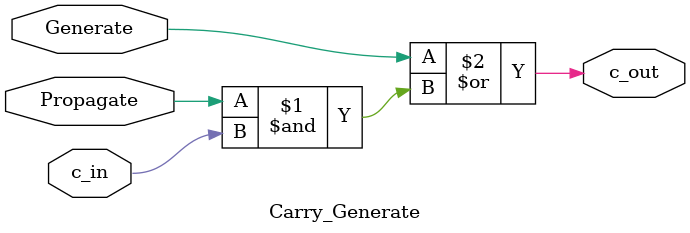
<source format=v>
module Carry_Generate(
	input [0:0] Propagate,
	input [0:0] Generate,
	input [0:0] c_in,
	output 	[0:0] c_out
);

assign c_out = Generate | (Propagate & c_in);

endmodule
</source>
